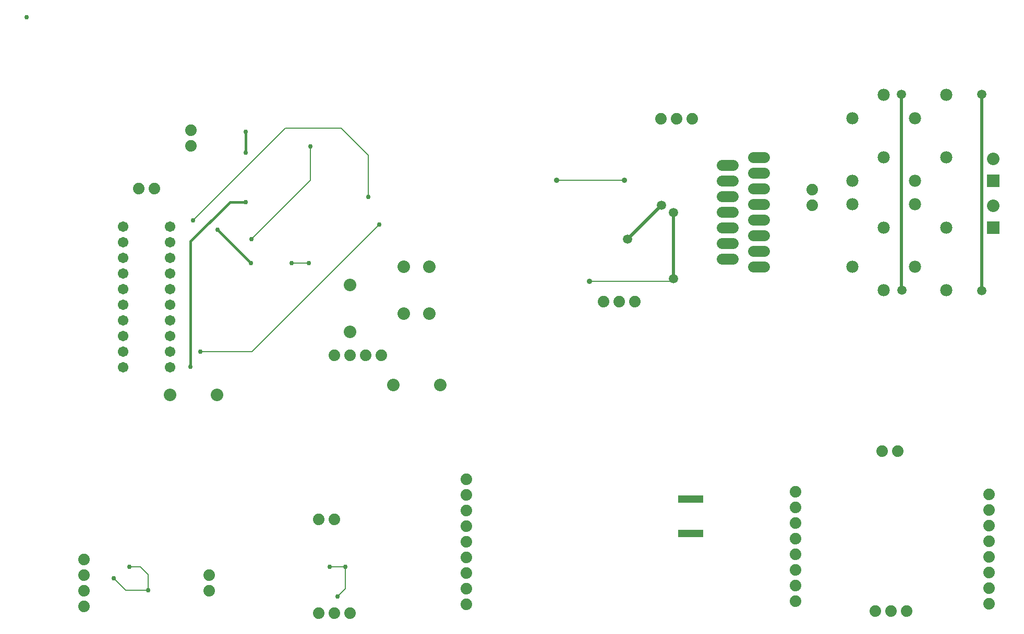
<source format=gbr>
G04 EAGLE Gerber RS-274X export*
G75*
%MOMM*%
%FSLAX34Y34*%
%LPD*%
%INBottom Copper*%
%IPPOS*%
%AMOC8*
5,1,8,0,0,1.08239X$1,22.5*%
G01*
%ADD10C,1.879600*%
%ADD11R,4.100000X1.250000*%
%ADD12C,2.032000*%
%ADD13C,1.705100*%
%ADD14C,1.981200*%
%ADD15C,1.800000*%
%ADD16R,2.032000X2.032000*%
%ADD17C,0.200000*%
%ADD18C,0.756400*%
%ADD19C,0.400000*%
%ADD20C,1.500000*%
%ADD21C,0.508000*%
%ADD22C,0.906400*%
%ADD23C,0.406400*%


D10*
X1119120Y-235770D03*
X1093720Y-235770D03*
X1144520Y-388170D03*
X1119120Y-388170D03*
X1093720Y-388170D03*
X916300Y-326100D03*
X916300Y-351500D03*
X713100Y-300700D03*
X713100Y-326100D03*
X713100Y-351500D03*
X713100Y-376900D03*
X1333500Y-374200D03*
X1333500Y-348800D03*
X1333500Y-171000D03*
X1333500Y-196400D03*
X1333500Y-221800D03*
X1333500Y-247200D03*
X1333500Y-272600D03*
X1333500Y-298000D03*
X1333500Y-323400D03*
D11*
X1697990Y-258440D03*
X1697990Y-202940D03*
D10*
X1195500Y30500D03*
X1170100Y30500D03*
X1144700Y30500D03*
X1119300Y30500D03*
X886600Y371150D03*
X886600Y396550D03*
X827500Y301500D03*
X802100Y301500D03*
D12*
X1273600Y175200D03*
X1273600Y99000D03*
X1231700Y99000D03*
X1231700Y175200D03*
X1144700Y68600D03*
X1144700Y144800D03*
X1291350Y-17450D03*
X1215150Y-17450D03*
X852500Y-33200D03*
X928700Y-33200D03*
D13*
X852500Y11700D03*
X852500Y37100D03*
X852500Y62500D03*
X852500Y87900D03*
X852500Y113300D03*
X852500Y138700D03*
X852500Y164100D03*
X852500Y189500D03*
X852500Y214900D03*
X852500Y240300D03*
X776300Y240300D03*
X776300Y214900D03*
X776300Y189500D03*
X776300Y164100D03*
X776300Y138700D03*
X776300Y113300D03*
X776300Y87900D03*
X776300Y62500D03*
X776300Y37100D03*
X776300Y11700D03*
D10*
X2008300Y-125200D03*
X2033700Y-125200D03*
X2048200Y-384800D03*
X2022800Y-384800D03*
X1997400Y-384800D03*
X1867620Y-368430D03*
X1867620Y-343030D03*
X1867620Y-317630D03*
X1867620Y-292230D03*
X1867620Y-266830D03*
X1867620Y-241430D03*
X1867620Y-216030D03*
X1867620Y-190630D03*
X2181700Y-194800D03*
X2181700Y-220200D03*
X2181700Y-245600D03*
X2181700Y-271000D03*
X2181700Y-296400D03*
X2181700Y-321800D03*
X2181700Y-347200D03*
X2181700Y-372600D03*
D14*
X2112700Y238600D03*
X2112700Y137000D03*
X2061900Y276700D03*
X2061900Y175100D03*
X2061900Y314800D03*
X2061900Y416400D03*
X2112700Y352900D03*
X2112700Y454500D03*
X2011100Y137000D03*
X2011100Y238600D03*
X1960300Y175100D03*
X1960300Y276700D03*
X1960300Y416400D03*
X1960300Y314800D03*
X2011100Y454500D03*
X2011100Y352900D03*
D15*
X1766100Y264000D02*
X1748100Y264000D01*
X1798900Y276700D02*
X1816900Y276700D01*
X1766100Y289400D02*
X1748100Y289400D01*
X1798900Y302100D02*
X1816900Y302100D01*
X1766100Y314800D02*
X1748100Y314800D01*
X1798900Y327500D02*
X1816900Y327500D01*
X1816900Y251300D02*
X1798900Y251300D01*
X1766100Y238600D02*
X1748100Y238600D01*
X1798900Y225900D02*
X1816900Y225900D01*
X1766100Y213200D02*
X1748100Y213200D01*
X1798900Y200500D02*
X1816900Y200500D01*
X1766100Y340200D02*
X1748100Y340200D01*
X1798900Y352900D02*
X1816900Y352900D01*
X1766100Y187800D02*
X1748100Y187800D01*
X1798900Y175100D02*
X1816900Y175100D01*
D10*
X1607100Y118100D03*
X1581700Y118100D03*
X1556300Y118100D03*
D16*
X2188900Y238600D03*
D12*
X2188900Y273600D03*
D16*
X2188900Y314800D03*
D12*
X2188900Y349800D03*
D10*
X1895000Y300000D03*
X1895000Y274600D03*
X1700000Y415000D03*
X1674600Y415000D03*
X1649200Y415000D03*
D17*
X916300Y-326100D02*
X911220Y-331180D01*
D18*
X1050000Y181000D03*
D17*
X1078000Y181000D01*
D18*
X1078000Y181000D03*
X930000Y235000D03*
X984200Y180800D03*
D19*
X930000Y235000D01*
D20*
X2040000Y455000D03*
X2040310Y137000D03*
D21*
X2040000Y137310D01*
X2040000Y455000D01*
D20*
X1670000Y155000D03*
D21*
X1670000Y262730D01*
D22*
X1590000Y315000D03*
D17*
X1480000Y315000D01*
D22*
X1480000Y315000D03*
X1533580Y150970D03*
D17*
X1665970Y150970D01*
X1670000Y155000D01*
D20*
X1670000Y262730D03*
D18*
X1136900Y-313240D03*
X1111500Y-313240D03*
D17*
X1136900Y-313240D01*
X1136900Y-348800D01*
X1124200Y-361500D01*
D18*
X1124200Y-361500D03*
X761106Y-331688D03*
D17*
X780410Y-350992D01*
X816732Y-350992D01*
D18*
X816732Y-350992D03*
X786760Y-313146D03*
D17*
X804286Y-313146D01*
X816859Y-325719D01*
X816859Y-350865D01*
X816732Y-350992D01*
X985000Y220000D02*
X1080000Y315000D01*
X1080000Y370000D01*
D18*
X1080000Y370000D03*
X985000Y220000D03*
D20*
X1595000Y220000D03*
X1650000Y275000D03*
D21*
X1595000Y220000D01*
D18*
X975000Y360000D03*
D19*
X975000Y393750D01*
D18*
X975000Y393750D03*
X886000Y12000D03*
D19*
X886000Y216000D01*
X950000Y280000D01*
X975000Y280000D01*
D18*
X975000Y280000D03*
X902000Y37000D03*
D17*
X986000Y37000D01*
X1192500Y243500D01*
D18*
X1192500Y243500D03*
X890000Y250000D03*
D17*
X1040000Y400000D01*
X1130000Y400000D01*
X1174000Y356000D02*
X1174000Y288500D01*
D18*
X1174000Y288500D03*
D17*
X1174000Y356000D02*
X1130000Y400000D01*
D20*
X2170000Y455000D03*
D23*
X2170000Y135880D02*
X2169850Y135730D01*
D20*
X2169850Y135730D03*
D21*
X2170000Y135880D02*
X2170000Y455000D01*
D18*
X620000Y580000D03*
M02*

</source>
